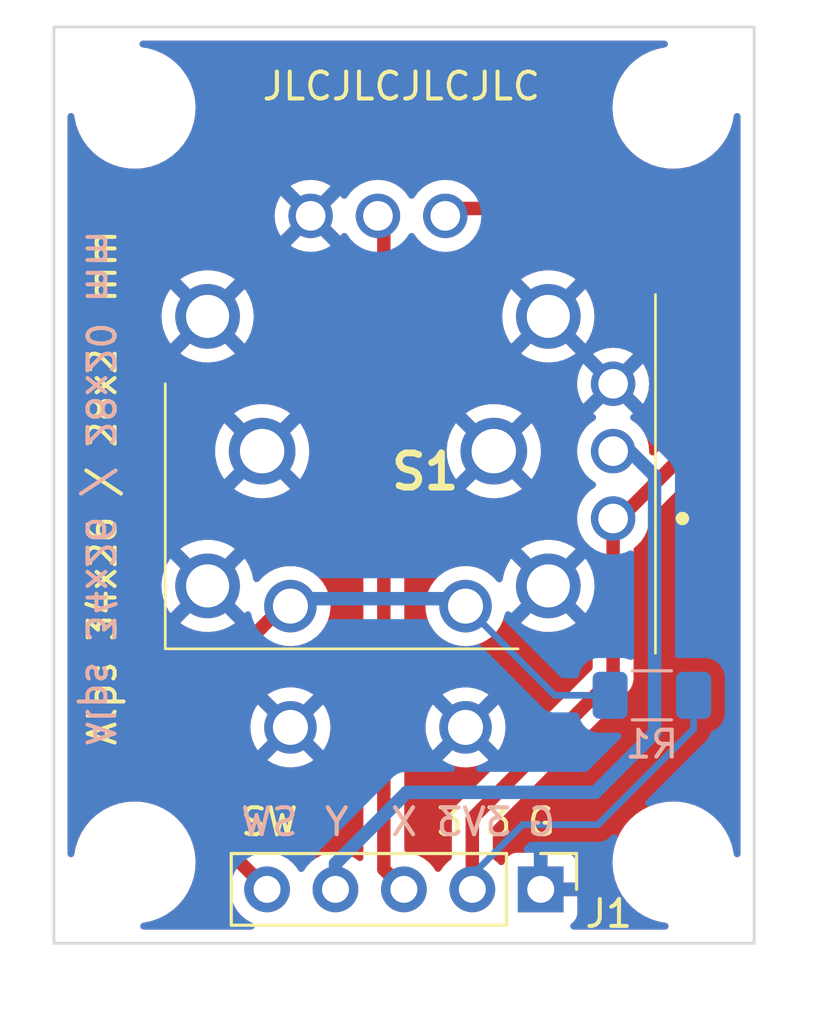
<source format=kicad_pcb>
(kicad_pcb (version 20211014) (generator pcbnew)
  (layers (0 "F.Cu" signal) (31 "B.Cu" signal) (34 "B.Paste" user) (35 "F.Paste" user) (36 "B.SilkS" user "B.Silkscreen") (37 "F.SilkS" user "F.Silkscreen") (38 "B.Mask" user) (39 "F.Mask" user) (44 "Edge.Cuts" user))
  (net 0 "")
  (net 1 "GND")
  (net 2 "+3V3")
  (net 3 "Net-(J1-Pad3)")
  (net 4 "Net-(J1-Pad4)")
  (net 5 "Net-(J1-Pad5)")
  (footprint "SamacSys_Parts:RKJXV122400R" (layer "F.Cu") (at 154.762 91.74)
    (fp_text reference "S1" (at -6.978 -1.74) (layer "F.SilkS") (effects (font (size 1.27 1.27) (thickness 0.254))))
    (fp_text value "RKJXV122400R" hide)
    (fp_line (start -16.627 -5) (end -16.627 4.835) (layer "F.SilkS") (width 0.1))
    (fp_line (start 2.473 0) (end 2.473 0) (layer "F.SilkS") (width 0.3))
    (fp_line (start 1.572 -8.315) (end 1.572 5) (layer "F.SilkS") (width 0.1))
    (fp_line (start 2.672 0) (end 2.672 0) (layer "F.SilkS") (width 0.3))
    (fp_line (start -16.627 4.835) (end -3.527 4.835) (layer "F.SilkS") (width 0.1))
    (fp_arc (start 2.473 0) (mid 2.5725 -0.0995) (end 2.672 0) (layer "F.SilkS") (width 0.3))
    (fp_arc (start 2.672 0) (mid 2.5725 0.0995) (end 2.473 0) (layer "F.SilkS") (width 0.3))
    (pad "A1" thru_hole circle locked (at -11.98 3.25) (size 1.95 1.95) (drill 1.3) (layers *.Cu *.Mask) (net 5 "Net-(J1-Pad5)"))
    (pad "A11" thru_hole circle locked (at 0 0) (size 1.65 1.65) (drill 1.1) (layers *.Cu *.Mask) (net 2 "+3V3"))
    (pad "A12" thru_hole circle locked (at 0 -2.5) (size 1.65 1.65) (drill 1.1) (layers *.Cu *.Mask) (net 4 "Net-(J1-Pad4)"))
    (pad "A13" thru_hole circle locked (at 0 -5) (size 1.65 1.65) (drill 1.1) (layers *.Cu *.Mask) (net 1 "GND"))
    (pad "B1" thru_hole circle locked (at -11.98 7.75) (size 1.95 1.95) (drill 1.3) (layers *.Cu *.Mask) (net 1 "GND"))
    (pad "B11" thru_hole circle locked (at -6.23 -11.23) (size 1.65 1.65) (drill 1.1) (layers *.Cu *.Mask) (net 2 "+3V3"))
    (pad "B12" thru_hole circle locked (at -8.73 -11.23) (size 1.65 1.65) (drill 1.1) (layers *.Cu *.Mask) (net 3 "Net-(J1-Pad3)"))
    (pad "B13" thru_hole circle locked (at -11.23 -11.23) (size 1.65 1.65) (drill 1.1) (layers *.Cu *.Mask) (net 1 "GND"))
    (pad "C1" thru_hole circle locked (at -5.48 3.25) (size 1.95 1.95) (drill 1.3) (layers *.Cu *.Mask) (net 5 "Net-(J1-Pad5)"))
    (pad "D1" thru_hole circle locked (at -5.48 7.75) (size 1.95 1.95) (drill 1.3) (layers *.Cu *.Mask) (net 1 "GND"))
    (pad "MH1" thru_hole circle locked (at -15.055 2.5) (size 2.4 2.4) (drill 1.6) (layers *.Cu *.Mask) (net 1 "GND"))
    (pad "MH2" thru_hole circle locked (at -15.055 -7.5) (size 2.4 2.4) (drill 1.6) (layers *.Cu *.Mask) (net 1 "GND"))
    (pad "MH3" thru_hole circle locked (at -2.405 2.5) (size 2.4 2.4) (drill 1.6) (layers *.Cu *.Mask) (net 1 "GND"))
    (pad "MH4" thru_hole circle locked (at -2.405 -7.5) (size 2.4 2.4) (drill 1.6) (layers *.Cu *.Mask) (net 1 "GND"))
    (pad "MH5" thru_hole circle locked (at -13.03 -2.5) (size 2.475 2.475) (drill 1.65) (layers *.Cu *.Mask) (net 1 "GND"))
    (pad "MH6" thru_hole circle locked (at -4.43 -2.5) (size 2.475 2.475) (drill 1.65) (layers *.Cu *.Mask) (net 1 "GND"))
  )
  (footprint "Connector_PinHeader_2.54mm:PinHeader_1x05_P2.54mm_Vertical" (layer "F.Cu") (at 152.075 105.5 -90)
    (fp_text reference "J1" (at 0.9 -2.525 180) (layer "F.SilkS"))
    (fp_text value "Conn_01x05")
    (fp_line (start -1.33 1.27) (end -1.33 11.49) (layer "F.SilkS") (width 0.12))
    (fp_line (start -1.33 1.27) (end 1.33 1.27) (layer "F.SilkS") (width 0.12))
    (fp_line (start 1.33 1.27) (end 1.33 11.49) (layer "F.SilkS") (width 0.12))
    (fp_line (start -1.33 -1.33) (end 0 -1.33) (layer "F.SilkS") (width 0.12))
    (fp_line (start -1.33 11.49) (end 1.33 11.49) (layer "F.SilkS") (width 0.12))
    (fp_line (start -1.33 0) (end -1.33 -1.33) (layer "F.SilkS") (width 0.12))
    (pad "1" thru_hole rect (at 0 0 270) (size 1.7 1.7) (drill 1) (layers *.Cu *.Mask) (net 1 "GND"))
    (pad "2" thru_hole oval (at 0 2.54 270) (size 1.7 1.7) (drill 1) (layers *.Cu *.Mask) (net 2 "+3V3"))
    (pad "3" thru_hole oval (at 0 5.08 270) (size 1.7 1.7) (drill 1) (layers *.Cu *.Mask) (net 3 "Net-(J1-Pad3)"))
    (pad "4" thru_hole oval (at 0 7.62 270) (size 1.7 1.7) (drill 1) (layers *.Cu *.Mask) (net 4 "Net-(J1-Pad4)"))
    (pad "5" thru_hole oval (at 0 10.16 270) (size 1.7 1.7) (drill 1) (layers *.Cu *.Mask) (net 5 "Net-(J1-Pad5)"))
  )
  (footprint "" (layer "F.Cu") (at 157 104.5)
    (fp_text reference "" (at 0 0) (layer "F.SilkS") (effects (font (size 1.27 1.27))))
    (fp_text value "" (at 0 0) (layer "F.SilkS") (effects (font (size 1.27 1.27))))
    (pad "" np_thru_hole circle (at 0 0) (size 3.5 3.5) (drill 3.5) (layers F&B.Cu *.Mask))
  )
  (footprint "" (layer "F.Cu") (at 137 76.5)
    (fp_text reference "" (at 0 0) (layer "F.SilkS") (effects (font (size 1.27 1.27))))
    (fp_text value "" (at 0 0) (layer "F.SilkS") (effects (font (size 1.27 1.27))))
    (pad "" np_thru_hole circle (at 0 0) (size 3.5 3.5) (drill 3.5) (layers F&B.Cu *.Mask))
  )
  (footprint "Keebio-Parts:MountingHole" (layer "F.Cu") (at 137 104.5)
    (fp_text reference "U4" hide)
    (fp_text value "HOLE")
    (pad "" np_thru_hole circle (at 0 0) (size 3.5 3.5) (drill 3.5) (layers F&B.Cu *.Mask))
  )
  (footprint "" (layer "F.Cu") (at 157 76.5)
    (fp_text reference "" (at 0 0) (layer "F.SilkS") (effects (font (size 1.27 1.27))))
    (fp_text value "" (at 0 0) (layer "F.SilkS") (effects (font (size 1.27 1.27))))
    (pad "" np_thru_hole circle (at 0 0) (size 3.5 3.5) (drill 3.5) (layers F&B.Cu *.Mask))
  )
  (footprint "Resistor_SMD:R_1206_3216Metric_Pad1.30x1.75mm_HandSolder" (layer "B.Cu") (at 156.2 98.3)
    (fp_text reference "R1" (at 0 1.82) (layer "B.SilkS") (effects (justify mirror)))
    (fp_text value "10K")
    (fp_line (start -0.727064 0.91) (end 0.727064 0.91) (layer "B.SilkS") (width 0.12))
    (fp_line (start -0.727064 -0.91) (end 0.727064 -0.91) (layer "B.SilkS") (width 0.12))
    (pad "1" smd roundrect (at -1.55 0) (size 1.3 1.75) (layers "B.Cu" "B.Paste" "B.Mask") (roundrect_rratio 0.1923076923) (net 5 "Net-(J1-Pad5)"))
    (pad "2" smd roundrect (at 1.55 0) (size 1.3 1.75) (layers "B.Cu" "B.Paste" "B.Mask") (roundrect_rratio 0.1923076923) (net 2 "+3V3"))
  )
  (gr_rect (start 134 73.5) (end 160 107.5) (layer "Edge.Cuts") (width 0.1) (fill none))
  (gr_text "G" (at 152.1 103) (layer "B.SilkS") (effects (font (size 1 1)) (justify mirror)))
  (gr_text "Y" (at 144.5 103) (layer "B.SilkS") (effects (font (size 1 1)) (justify mirror)))
  (gr_text "SW" (at 142 103) (layer "B.SilkS") (effects (font (size 1 1)) (justify mirror)))
  (gr_text "X" (at 147 103) (layer "B.SilkS") (effects (font (size 1 1)) (justify mirror)))
  (gr_text "3V3" (at 149.6 103) (layer "B.SilkS") (effects (font (size 1 1)) (justify mirror)))
  (gr_text "Alps 34x26 / 28x20 mm" (at 135.7 90.6 -90) (layer "B.SilkS") (effects (font (size 1 1)) (justify mirror)))
  (gr_text "SW" (at 142 103) (layer "F.SilkS") (effects (font (size 1 1))))
  (gr_text "3V3" (at 149.6 103) (layer "F.SilkS") (effects (font (size 1 1))))
  (gr_text "Y" (at 144.5 103) (layer "F.SilkS") (effects (font (size 1 1))))
  (gr_text "X" (at 147 103) (layer "F.SilkS") (effects (font (size 1 1))))
  (gr_text "G" (at 152.1 103) (layer "F.SilkS") (effects (font (size 1 1))))
  (gr_text "JLCJLCJLCJLC" (at 146.9 75.7) (layer "F.SilkS") (effects (font (size 1 1))))
  (gr_text "Alps 34x26 / 28x20 mm" (at 135.8 90.6 90) (layer "F.SilkS") (effects (font (size 1 1))))
  (segment (start 155.285 91.465) (end 154.762 91.465) (width 0.5) (layer "F.Cu") (net 2))
  (segment (start 154.762 97.638) (end 149.535 102.865) (width 0.5) (layer "F.Cu") (net 2))
  (segment (start 152.985 80.235) (end 157.25 84.5) (width 0.5) (layer "F.Cu") (net 2))
  (segment (start 149.535 102.865) (end 149.535 105.5) (width 0.5) (layer "F.Cu") (net 2))
  (segment (start 157.25 89.5) (end 155.285 91.465) (width 0.5) (layer "F.Cu") (net 2))
  (segment (start 157.25 84.5) (end 157.25 89.5) (width 0.5) (layer "F.Cu") (net 2))
  (segment (start 148.532 80.235) (end 152.985 80.235) (width 0.5) (layer "F.Cu") (net 2))
  (segment (start 154.762 91.465) (end 154.762 97.638) (width 0.5) (layer "F.Cu") (net 2))
  (segment (start 157.75 99.55) (end 154.2 103.1) (width 0.25) (layer "B.Cu") (net 2))
  (segment (start 157.75 98.9) (end 157.75 99.55) (width 0.25) (layer "B.Cu") (net 2))
  (segment (start 149.535 104.965) (end 149.535 105.5) (width 0.25) (layer "B.Cu") (net 2))
  (segment (start 154.2 103.1) (end 151.4 103.1) (width 0.25) (layer "B.Cu") (net 2))
  (segment (start 151.4 103.1) (end 149.535 104.965) (width 0.25) (layer "B.Cu") (net 2))
  (segment (start 146.25 80.453) (end 146.25 104.755) (width 0.5) (layer "F.Cu") (net 3))
  (segment (start 146.25 104.755) (end 146.995 105.5) (width 0.5) (layer "F.Cu") (net 3))
  (segment (start 144.455 105.5) (end 144.455 104.545) (width 0.5) (layer "B.Cu") (net 4))
  (segment (start 147.1 101.9) (end 154.1 101.9) (width 0.5) (layer "B.Cu") (net 4))
  (segment (start 144.455 104.545) (end 147.1 101.9) (width 0.5) (layer "B.Cu") (net 4))
  (segment (start 154.1 101.9) (end 156.3 99.7) (width 0.5) (layer "B.Cu") (net 4))
  (segment (start 156.3 90.1515) (end 155.1135 88.965) (width 0.5) (layer "B.Cu") (net 4))
  (segment (start 156.3 99.7) (end 156.3 90.1515) (width 0.5) (layer "B.Cu") (net 4))
  (segment (start 155.1135 88.965) (end 154.762 88.965) (width 0.5) (layer "B.Cu") (net 4))
  (segment (start 140.25 103.835) (end 141.915 105.5) (width 0.5) (layer "F.Cu") (net 5))
  (segment (start 140.25 97.247) (end 140.25 103.835) (width 0.5) (layer "F.Cu") (net 5))
  (segment (start 142.782 94.715) (end 140.25 97.247) (width 0.5) (layer "F.Cu") (net 5))
  (segment (start 152.592 98.3) (end 149.282 94.99) (width 0.25) (layer "B.Cu") (net 5))
  (segment (start 154.05 98.3) (end 152.592 98.3) (width 0.25) (layer "B.Cu") (net 5))
  (segment (start 149.282 94.715) (end 142.782 94.715) (width 0.5) (layer "B.Cu") (net 5))
  (zone (net 1) (net_name "GND") (layers F&B.Cu) (connect_pads (clearance 0.508)) (min_thickness 0.254) (fill yes (thermal_gap 0.508) (thermal_bridge_width 0.508))
    (polygon (pts (xy 162.5 110.5) (xy 133 109.5) (xy 132.5 108.5) (xy 132 72.5) (xy 162 72.5)))
  )
)
</source>
